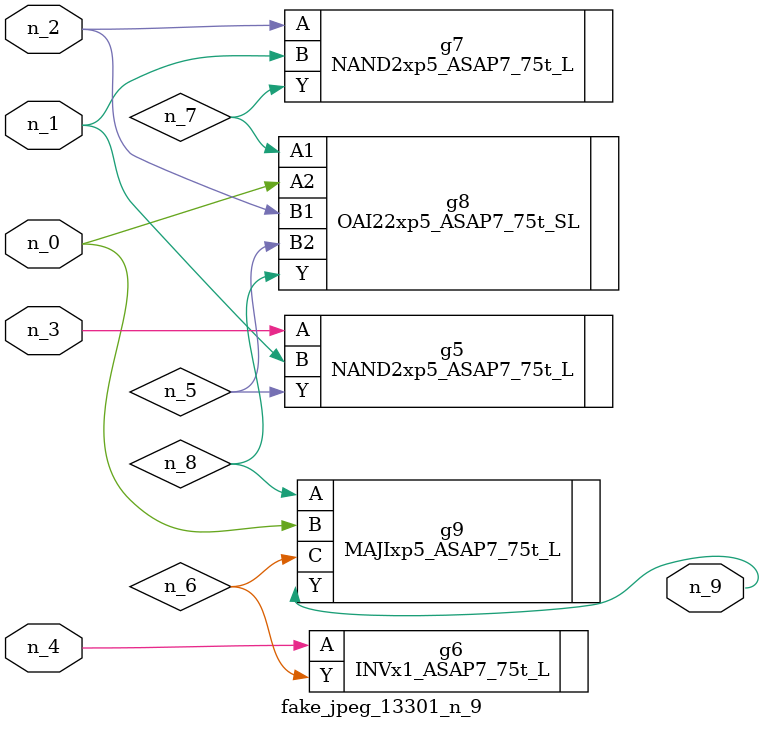
<source format=v>
module fake_jpeg_13301_n_9 (n_3, n_2, n_1, n_0, n_4, n_9);

input n_3;
input n_2;
input n_1;
input n_0;
input n_4;

output n_9;

wire n_8;
wire n_6;
wire n_5;
wire n_7;

NAND2xp5_ASAP7_75t_L g5 ( 
.A(n_3),
.B(n_1),
.Y(n_5)
);

INVx1_ASAP7_75t_L g6 ( 
.A(n_4),
.Y(n_6)
);

NAND2xp5_ASAP7_75t_L g7 ( 
.A(n_2),
.B(n_1),
.Y(n_7)
);

OAI22xp5_ASAP7_75t_SL g8 ( 
.A1(n_7),
.A2(n_0),
.B1(n_2),
.B2(n_5),
.Y(n_8)
);

MAJIxp5_ASAP7_75t_L g9 ( 
.A(n_8),
.B(n_0),
.C(n_6),
.Y(n_9)
);


endmodule
</source>
